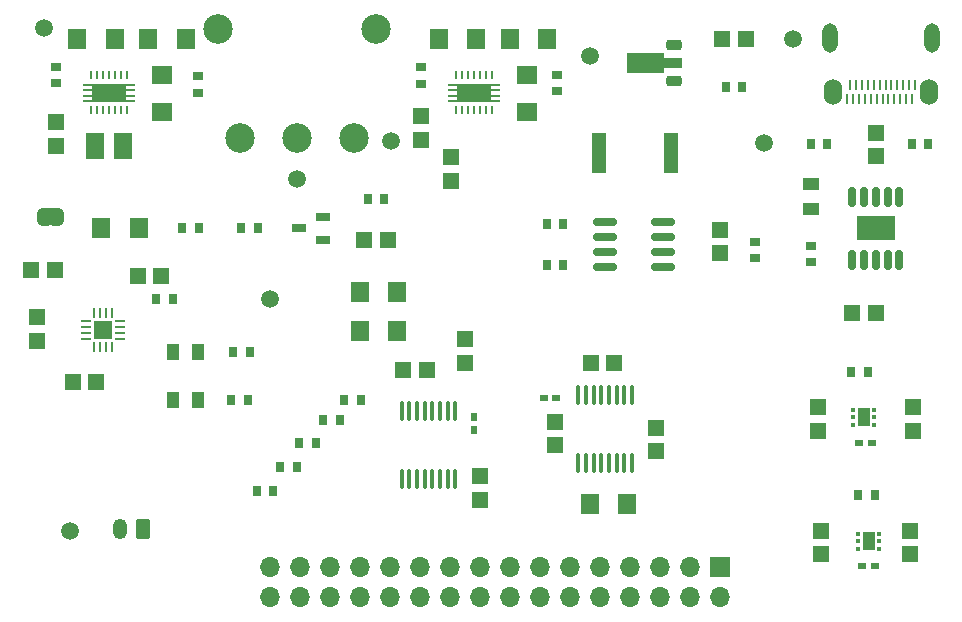
<source format=gbr>
%TF.GenerationSoftware,KiCad,Pcbnew,9.0.0*%
%TF.CreationDate,2025-03-28T16:19:56+02:00*%
%TF.ProjectId,powerSubsys full final,706f7765-7253-4756-9273-79732066756c,rev?*%
%TF.SameCoordinates,Original*%
%TF.FileFunction,Soldermask,Top*%
%TF.FilePolarity,Negative*%
%FSLAX46Y46*%
G04 Gerber Fmt 4.6, Leading zero omitted, Abs format (unit mm)*
G04 Created by KiCad (PCBNEW 9.0.0) date 2025-03-28 16:19:56*
%MOMM*%
%LPD*%
G01*
G04 APERTURE LIST*
G04 Aperture macros list*
%AMRoundRect*
0 Rectangle with rounded corners*
0 $1 Rounding radius*
0 $2 $3 $4 $5 $6 $7 $8 $9 X,Y pos of 4 corners*
0 Add a 4 corners polygon primitive as box body*
4,1,4,$2,$3,$4,$5,$6,$7,$8,$9,$2,$3,0*
0 Add four circle primitives for the rounded corners*
1,1,$1+$1,$2,$3*
1,1,$1+$1,$4,$5*
1,1,$1+$1,$6,$7*
1,1,$1+$1,$8,$9*
0 Add four rect primitives between the rounded corners*
20,1,$1+$1,$2,$3,$4,$5,0*
20,1,$1+$1,$4,$5,$6,$7,0*
20,1,$1+$1,$6,$7,$8,$9,0*
20,1,$1+$1,$8,$9,$2,$3,0*%
%AMFreePoly0*
4,1,29,2.200000,0.590000,1.430000,0.590000,1.430000,0.330000,2.200000,0.330000,2.200000,0.130000,1.430000,0.130000,1.430000,-0.130000,2.200000,-0.130000,2.200000,-0.330000,1.430000,-0.330000,1.430000,-0.590000,2.200000,-0.590000,2.200000,-0.790000,-2.200000,-0.790000,-2.200000,-0.590000,-1.430000,-0.590000,-1.430000,-0.330000,-2.200000,-0.330000,-2.200000,-0.130000,-1.430000,-0.130000,
-1.430000,0.130000,-2.200000,0.130000,-2.200000,0.330000,-1.430000,0.330000,-1.430000,0.590000,-2.200000,0.590000,-2.200000,0.790000,2.200000,0.790000,2.200000,0.590000,2.200000,0.590000,$1*%
%AMFreePoly1*
4,1,23,0.500000,-0.750000,0.000000,-0.750000,0.000000,-0.745722,-0.065263,-0.745722,-0.191342,-0.711940,-0.304381,-0.646677,-0.396677,-0.554381,-0.461940,-0.441342,-0.495722,-0.315263,-0.495722,-0.250000,-0.500000,-0.250000,-0.500000,0.250000,-0.495722,0.250000,-0.495722,0.315263,-0.461940,0.441342,-0.396677,0.554381,-0.304381,0.646677,-0.191342,0.711940,-0.065263,0.745722,0.000000,0.745722,
0.000000,0.750000,0.500000,0.750000,0.500000,-0.750000,0.500000,-0.750000,$1*%
%AMFreePoly2*
4,1,23,0.000000,0.745722,0.065263,0.745722,0.191342,0.711940,0.304381,0.646677,0.396677,0.554381,0.461940,0.441342,0.495722,0.315263,0.495722,0.250000,0.500000,0.250000,0.500000,-0.250000,0.495722,-0.250000,0.495722,-0.315263,0.461940,-0.441342,0.396677,-0.554381,0.304381,-0.646677,0.191342,-0.711940,0.065263,-0.745722,0.000000,-0.745722,0.000000,-0.750000,-0.500000,-0.750000,
-0.500000,0.750000,0.000000,0.750000,0.000000,0.745722,0.000000,0.745722,$1*%
%AMFreePoly3*
4,1,9,3.862500,-0.866500,0.737500,-0.866500,0.737500,-0.450000,-0.737500,-0.450000,-0.737500,0.450000,0.737500,0.450000,0.737500,0.866500,3.862500,0.866500,3.862500,-0.866500,3.862500,-0.866500,$1*%
G04 Aperture macros list end*
%ADD10R,1.410000X1.350000*%
%ADD11C,1.500000*%
%ADD12R,0.800000X0.900000*%
%ADD13R,1.350000X1.410000*%
%ADD14O,0.343000X1.731500*%
%ADD15R,1.485000X1.728000*%
%ADD16R,0.900000X0.800000*%
%ADD17R,0.540000X0.790000*%
%ADD18R,0.250000X0.700000*%
%ADD19FreePoly0,0.000000*%
%ADD20FreePoly1,0.000000*%
%ADD21FreePoly2,0.000000*%
%ADD22R,0.790000X0.540000*%
%ADD23O,1.524000X2.200000*%
%ADD24O,1.300000X2.500000*%
%ADD25R,0.250000X0.950000*%
%ADD26R,1.000000X1.399500*%
%ADD27R,1.728000X1.485000*%
%ADD28RoundRect,0.150000X0.150000X-0.687500X0.150000X0.687500X-0.150000X0.687500X-0.150000X-0.687500X0*%
%ADD29R,3.300000X2.100000*%
%ADD30R,1.399500X1.000000*%
%ADD31R,1.250000X0.700000*%
%ADD32RoundRect,0.062500X-0.375000X-0.062500X0.375000X-0.062500X0.375000X0.062500X-0.375000X0.062500X0*%
%ADD33RoundRect,0.062500X-0.062500X-0.375000X0.062500X-0.375000X0.062500X0.375000X-0.062500X0.375000X0*%
%ADD34R,1.600000X1.600000*%
%ADD35RoundRect,0.250000X0.350000X0.625000X-0.350000X0.625000X-0.350000X-0.625000X0.350000X-0.625000X0*%
%ADD36O,1.200000X1.750000*%
%ADD37R,1.282500X3.456000*%
%ADD38RoundRect,0.093750X-0.093750X-0.106250X0.093750X-0.106250X0.093750X0.106250X-0.093750X0.106250X0*%
%ADD39R,1.000000X1.600000*%
%ADD40R,1.635000X2.160000*%
%ADD41RoundRect,0.150000X-0.825000X-0.150000X0.825000X-0.150000X0.825000X0.150000X-0.825000X0.150000X0*%
%ADD42C,2.500000*%
%ADD43R,1.700000X1.700000*%
%ADD44O,1.700000X1.700000*%
%ADD45RoundRect,0.225000X0.425000X0.225000X-0.425000X0.225000X-0.425000X-0.225000X0.425000X-0.225000X0*%
%ADD46FreePoly3,180.000000*%
G04 APERTURE END LIST*
%TO.C,JP2*%
G36*
X187000000Y-86250000D02*
G01*
X187300000Y-86250000D01*
X187300000Y-87750000D01*
X187000000Y-87750000D01*
X187000000Y-86250000D01*
G37*
%TD*%
D10*
%TO.C,R10*%
X213700000Y-89000000D03*
X215700000Y-89000000D03*
%TD*%
D11*
%TO.C,TP1*%
X186600000Y-71000000D03*
%TD*%
%TO.C,TP2*%
X216000000Y-80600000D03*
%TD*%
D12*
%TO.C,R23*%
X211600000Y-104200000D03*
X210200000Y-104200000D03*
%TD*%
D13*
%TO.C,R33*%
X257000000Y-81887500D03*
X257000000Y-79887500D03*
%TD*%
D14*
%TO.C,U7*%
X216850000Y-109232000D03*
X217500000Y-109232000D03*
X218150000Y-109232000D03*
X218800000Y-109232000D03*
X219450000Y-109232000D03*
X220100000Y-109232000D03*
X220750000Y-109232000D03*
X221400000Y-109232000D03*
X221400000Y-103500000D03*
X220750000Y-103500000D03*
X220100000Y-103500000D03*
X219450000Y-103500000D03*
X218800000Y-103500000D03*
X218150000Y-103500000D03*
X217500000Y-103500000D03*
X216850000Y-103500000D03*
%TD*%
D12*
%TO.C,R29*%
X203300000Y-88000000D03*
X204700000Y-88000000D03*
%TD*%
D15*
%TO.C,JP1*%
X194592500Y-88000000D03*
X191407500Y-88000000D03*
%TD*%
D12*
%TO.C,R11*%
X203992500Y-98500000D03*
X202592500Y-98500000D03*
%TD*%
D15*
%TO.C,R20*%
X232782500Y-111366000D03*
X235967500Y-111366000D03*
%TD*%
D13*
%TO.C,R21*%
X223500000Y-109000000D03*
X223500000Y-111000000D03*
%TD*%
D12*
%TO.C,R1*%
X203843000Y-102500000D03*
X202443000Y-102500000D03*
%TD*%
%TO.C,R4*%
X229125000Y-91115000D03*
X230525000Y-91115000D03*
%TD*%
D13*
%TO.C,L2*%
X221000000Y-84000000D03*
X221000000Y-82000000D03*
%TD*%
D16*
%TO.C,R26*%
X230000000Y-75000000D03*
X230000000Y-76400000D03*
%TD*%
D17*
%TO.C,C12*%
X223000000Y-105090000D03*
X223000000Y-104000000D03*
%TD*%
D13*
%TO.C,C26*%
X186000000Y-95500000D03*
X186000000Y-97500000D03*
%TD*%
D11*
%TO.C,TP3*%
X188800000Y-113600000D03*
%TD*%
D18*
%TO.C,U9*%
X190592500Y-77950000D03*
X191092500Y-77950000D03*
X191592500Y-77950000D03*
X192092500Y-77950000D03*
X192592500Y-77950000D03*
X193092500Y-77950000D03*
X193592500Y-77950000D03*
X193592500Y-75050000D03*
X193092500Y-75050000D03*
X192592500Y-75050000D03*
X192092500Y-75050000D03*
X191592500Y-75050000D03*
X191092500Y-75050000D03*
X190592500Y-75050000D03*
D19*
X192092500Y-76500000D03*
%TD*%
D16*
%TO.C,R18*%
X251500000Y-90887500D03*
X251500000Y-89487500D03*
%TD*%
D20*
%TO.C,JP2*%
X186500000Y-87000000D03*
D21*
X187800000Y-87000000D03*
%TD*%
D22*
%TO.C,C11*%
X229965000Y-102366000D03*
X228875000Y-102366000D03*
%TD*%
D12*
%TO.C,R5*%
X197500000Y-94000000D03*
X196100000Y-94000000D03*
%TD*%
D23*
%TO.C,USBC1*%
X253375000Y-76424000D03*
D24*
X253130000Y-71874000D03*
X261770000Y-71874000D03*
D23*
X261525000Y-76424000D03*
D25*
X260080000Y-77074000D03*
X259580000Y-77074000D03*
X259080000Y-77074000D03*
X258580000Y-77074000D03*
X258080000Y-77074000D03*
X257580000Y-77074000D03*
X257080000Y-77074000D03*
X256580000Y-77074000D03*
X256080000Y-77074000D03*
X255580000Y-77074000D03*
X255080000Y-77074000D03*
X254580000Y-77074000D03*
X254830000Y-75824000D03*
X255330000Y-75824000D03*
X255830000Y-75824000D03*
X256330000Y-75824000D03*
X256830000Y-75824000D03*
X257330000Y-75824000D03*
X257830000Y-75824000D03*
X258330000Y-75824000D03*
X258830000Y-75824000D03*
X259330000Y-75824000D03*
X259830000Y-75824000D03*
X260330000Y-75824000D03*
%TD*%
D11*
%TO.C,TP7*%
X208000000Y-83800000D03*
%TD*%
D26*
%TO.C,D1*%
X197542000Y-98500000D03*
X199643000Y-98500000D03*
%TD*%
D15*
%TO.C,R14*%
X195407500Y-72000000D03*
X198592500Y-72000000D03*
%TD*%
D13*
%TO.C,C10*%
X238375000Y-106866000D03*
X238375000Y-104866000D03*
%TD*%
D12*
%TO.C,C22*%
X255500000Y-110600000D03*
X256900000Y-110600000D03*
%TD*%
D15*
%TO.C,R35*%
X213315000Y-96700000D03*
X216500000Y-96700000D03*
%TD*%
D27*
%TO.C,R25*%
X196592500Y-78185000D03*
X196592500Y-75000000D03*
%TD*%
D11*
%TO.C,TP4*%
X250000000Y-72000000D03*
%TD*%
D13*
%TO.C,C21*%
X243775000Y-90115000D03*
X243775000Y-88115000D03*
%TD*%
D27*
%TO.C,R27*%
X227500000Y-75000000D03*
X227500000Y-78185000D03*
%TD*%
D13*
%TO.C,C16*%
X187592500Y-79000000D03*
X187592500Y-81000000D03*
%TD*%
D15*
%TO.C,R34*%
X213315000Y-93362500D03*
X216500000Y-93362500D03*
%TD*%
D28*
%TO.C,U6*%
X255000000Y-90637500D03*
X256000000Y-90637500D03*
X257000000Y-90637500D03*
X258000000Y-90637500D03*
X259000000Y-90637500D03*
X259000000Y-85362500D03*
X258000000Y-85362500D03*
X257000000Y-85362500D03*
X256000000Y-85362500D03*
X255000000Y-85362500D03*
D29*
X257000000Y-88000000D03*
%TD*%
D10*
%TO.C,C3*%
X194500000Y-92000000D03*
X196500000Y-92000000D03*
%TD*%
D13*
%TO.C,C6*%
X260112500Y-103150000D03*
X260112500Y-105150000D03*
%TD*%
D15*
%TO.C,R31*%
X226000000Y-72000000D03*
X229185000Y-72000000D03*
%TD*%
D10*
%TO.C,C14*%
X217000000Y-100000000D03*
X219000000Y-100000000D03*
%TD*%
D18*
%TO.C,U10*%
X221500000Y-77950000D03*
X222000000Y-77950000D03*
X222500000Y-77950000D03*
X223000000Y-77950000D03*
X223500000Y-77950000D03*
X224000000Y-77950000D03*
X224500000Y-77950000D03*
X224500000Y-75050000D03*
X224000000Y-75050000D03*
X223500000Y-75050000D03*
X223000000Y-75050000D03*
X222500000Y-75050000D03*
X222000000Y-75050000D03*
X221500000Y-75050000D03*
D19*
X223000000Y-76500000D03*
%TD*%
D12*
%TO.C,R28*%
X209600000Y-106200000D03*
X208200000Y-106200000D03*
%TD*%
D15*
%TO.C,C17*%
X192592500Y-72000000D03*
X189407500Y-72000000D03*
%TD*%
D30*
%TO.C,D3*%
X251500000Y-84286500D03*
X251500000Y-86387500D03*
%TD*%
D31*
%TO.C,Q2*%
X210200000Y-88950000D03*
X210200000Y-87050000D03*
X208200000Y-88000000D03*
%TD*%
D13*
%TO.C,R12*%
X252400000Y-115600000D03*
X252400000Y-113600000D03*
%TD*%
D26*
%TO.C,D2*%
X197542000Y-102500000D03*
X199643000Y-102500000D03*
%TD*%
D32*
%TO.C,U3*%
X190162500Y-95850000D03*
X190162500Y-96350000D03*
X190162500Y-96850000D03*
X190162500Y-97350000D03*
D33*
X190850000Y-98037500D03*
X191350000Y-98037500D03*
X191850000Y-98037500D03*
X192350000Y-98037500D03*
D32*
X193037500Y-97350000D03*
X193037500Y-96850000D03*
X193037500Y-96350000D03*
X193037500Y-95850000D03*
D33*
X192350000Y-95162500D03*
X191850000Y-95162500D03*
X191350000Y-95162500D03*
X190850000Y-95162500D03*
D34*
X191600000Y-96600000D03*
%TD*%
D13*
%TO.C,C13*%
X222200000Y-97400000D03*
X222200000Y-99400000D03*
%TD*%
D10*
%TO.C,R7*%
X187500000Y-91500000D03*
X185500000Y-91500000D03*
%TD*%
D35*
%TO.C,J2*%
X195000000Y-113450000D03*
D36*
X193000000Y-113450000D03*
%TD*%
D22*
%TO.C,C7*%
X255567500Y-106150000D03*
X256657500Y-106150000D03*
%TD*%
D15*
%TO.C,C20*%
X223185000Y-72000000D03*
X220000000Y-72000000D03*
%TD*%
D37*
%TO.C,R3*%
X239678500Y-81615000D03*
X233545500Y-81615000D03*
%TD*%
D12*
%TO.C,R8*%
X198300000Y-88000000D03*
X199700000Y-88000000D03*
%TD*%
D11*
%TO.C,TP6*%
X247500000Y-80800000D03*
%TD*%
D10*
%TO.C,C24*%
X246000000Y-72000000D03*
X244000000Y-72000000D03*
%TD*%
D38*
%TO.C,U4*%
X255512500Y-113850000D03*
X255512500Y-114500000D03*
X255512500Y-115150000D03*
X257287500Y-115150000D03*
X257287500Y-114500000D03*
X257287500Y-113850000D03*
D39*
X256400000Y-114500000D03*
%TD*%
D12*
%TO.C,R2*%
X229125000Y-87615000D03*
X230525000Y-87615000D03*
%TD*%
%TO.C,C25*%
X245700000Y-76000000D03*
X244300000Y-76000000D03*
%TD*%
D16*
%TO.C,C15*%
X187592500Y-75700000D03*
X187592500Y-74300000D03*
%TD*%
D13*
%TO.C,R13*%
X252112500Y-105150000D03*
X252112500Y-103150000D03*
%TD*%
D12*
%TO.C,R16*%
X252900000Y-80887500D03*
X251500000Y-80887500D03*
%TD*%
%TO.C,R15*%
X260050000Y-80887500D03*
X261450000Y-80887500D03*
%TD*%
D40*
%TO.C,L1*%
X193260000Y-81000000D03*
X190925000Y-81000000D03*
%TD*%
D10*
%TO.C,C9*%
X232875000Y-99366000D03*
X234875000Y-99366000D03*
%TD*%
D16*
%TO.C,C18*%
X218500000Y-75750000D03*
X218500000Y-74350000D03*
%TD*%
D13*
%TO.C,C19*%
X218500000Y-78500000D03*
X218500000Y-80500000D03*
%TD*%
D12*
%TO.C,R24*%
X206000000Y-110200000D03*
X204600000Y-110200000D03*
%TD*%
D41*
%TO.C,U1*%
X234050000Y-87460000D03*
X234050000Y-88730000D03*
X234050000Y-90000000D03*
X234050000Y-91270000D03*
X239000000Y-91270000D03*
X239000000Y-90000000D03*
X239000000Y-88730000D03*
X239000000Y-87460000D03*
%TD*%
D13*
%TO.C,C4*%
X259900000Y-113600000D03*
X259900000Y-115600000D03*
%TD*%
D11*
%TO.C,TP8*%
X232800000Y-73400000D03*
%TD*%
D42*
%TO.C,SW1*%
X203200000Y-80343500D03*
X208000000Y-80343500D03*
X212800000Y-80343500D03*
X201350000Y-71143500D03*
X214650000Y-71143500D03*
%TD*%
D14*
%TO.C,U2*%
X231825000Y-107877750D03*
X232475000Y-107877750D03*
X233125000Y-107877750D03*
X233775000Y-107877750D03*
X234425000Y-107877750D03*
X235075000Y-107877750D03*
X235725000Y-107877750D03*
X236375000Y-107877750D03*
X236375000Y-102145750D03*
X235725000Y-102145750D03*
X235075000Y-102145750D03*
X234425000Y-102145750D03*
X233775000Y-102145750D03*
X233125000Y-102145750D03*
X232475000Y-102145750D03*
X231825000Y-102145750D03*
%TD*%
D43*
%TO.C,J1*%
X243780000Y-116683500D03*
D44*
X243780000Y-119223500D03*
X241240000Y-116683500D03*
X241240000Y-119223500D03*
X238700000Y-116683500D03*
X238700000Y-119223500D03*
X236160000Y-116683500D03*
X236160000Y-119223500D03*
X233620000Y-116683500D03*
X233620000Y-119223500D03*
X231080000Y-116683500D03*
X231080000Y-119223500D03*
X228540000Y-116683500D03*
X228540000Y-119223500D03*
X226000000Y-116683500D03*
X226000000Y-119223500D03*
X223460000Y-116683500D03*
X223460000Y-119223500D03*
X220920000Y-116683500D03*
X220920000Y-119223500D03*
X218380000Y-116683500D03*
X218380000Y-119223500D03*
X215840000Y-116683500D03*
X215840000Y-119223500D03*
X213300000Y-116683500D03*
X213300000Y-119223500D03*
X210760000Y-116683500D03*
X210760000Y-119223500D03*
X208220000Y-116683500D03*
X208220000Y-119223500D03*
X205680000Y-116683500D03*
X205680000Y-119223500D03*
%TD*%
D10*
%TO.C,C8*%
X255000000Y-95137500D03*
X257000000Y-95137500D03*
%TD*%
D12*
%TO.C,R22*%
X213400000Y-102500000D03*
X212000000Y-102500000D03*
%TD*%
%TO.C,C23*%
X254912500Y-100150000D03*
X256312500Y-100150000D03*
%TD*%
D13*
%TO.C,R19*%
X229875000Y-104366000D03*
X229875000Y-106366000D03*
%TD*%
D22*
%TO.C,C5*%
X255810000Y-116600000D03*
X256900000Y-116600000D03*
%TD*%
D10*
%TO.C,C2*%
X191000000Y-101000000D03*
X189000000Y-101000000D03*
%TD*%
D16*
%TO.C,R30*%
X199592500Y-75100000D03*
X199592500Y-76500000D03*
%TD*%
D38*
%TO.C,U5*%
X255112500Y-103350000D03*
X255112500Y-104000000D03*
X255112500Y-104650000D03*
X256887500Y-104650000D03*
X256887500Y-104000000D03*
X256887500Y-103350000D03*
D39*
X256000000Y-104000000D03*
%TD*%
D12*
%TO.C,R9*%
X214000000Y-85500000D03*
X215400000Y-85500000D03*
%TD*%
D11*
%TO.C,TP5*%
X205750000Y-94000000D03*
%TD*%
D45*
%TO.C,U8*%
X239950000Y-75500000D03*
D46*
X239862500Y-74000000D03*
D45*
X239950000Y-72500000D03*
%TD*%
D16*
%TO.C,C1*%
X246775000Y-90515000D03*
X246775000Y-89115000D03*
%TD*%
D12*
%TO.C,R32*%
X208000000Y-108200000D03*
X206600000Y-108200000D03*
%TD*%
M02*

</source>
